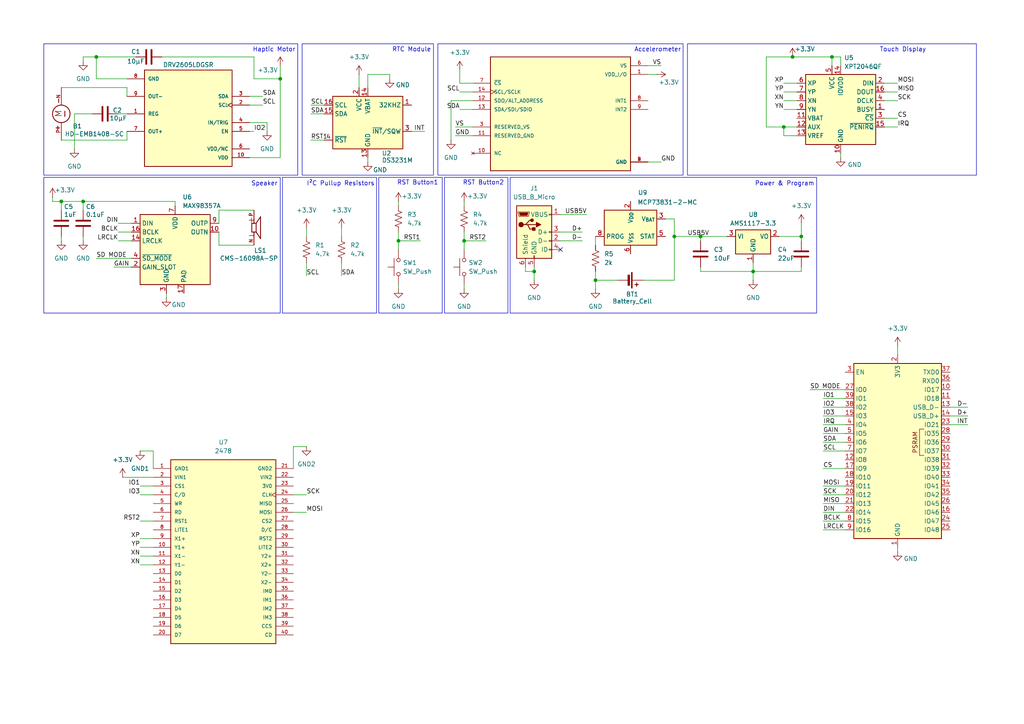
<source format=kicad_sch>
(kicad_sch (version 20250114) (generator "eeschema") (generator_version "9.0")
  (paper "A4")
  (lib_symbols
    (symbol "2478:2478" (pin_names (offset 1.016))
      (property "Reference" "U" (at -15.2631 28.6183 0))
      (property "Value" "2478" (at -15.262 -27.9803 0))
      (symbol "2478_0_0"
        (pin power_in line (at -20.32 25.4 0) (length 5.08) (name "GND1") (number "1"))
        (pin power_in line (at -20.32 22.86 0) (length 5.08) (name "VIN1") (number "2"))
        (pin input line (at -20.32 20.32 0) (length 5.08) (name "CS1") (number "3"))
        (pin input line (at -20.32 17.78 0) (length 5.08) (name "C/D") (number "4"))
        (pin input line (at -20.32 15.24 0) (length 5.08) (name "WR") (number "5"))
        (pin input line (at -20.32 12.7 0) (length 5.08) (name "RD") (number "6"))
        (pin input line (at -20.32 10.16 0) (length 5.08) (name "RST1") (number "7"))
        (pin input line (at -20.32 7.62 0) (length 5.08) (name "LITE1") (number "8"))
        (pin output line (at -20.32 5.08 0) (length 5.08) (name "X1+") (number "9"))
        (pin output line (at -20.32 2.54 0) (length 5.08) (name "Y1+") (number "10"))
        (pin output line (at -20.32 0 0) (length 5.08) (name "X1-") (number "11"))
        (pin output line (at -20.32 -2.54 0) (length 5.08) (name "Y1-") (number "12"))
        (pin bidirectional line (at -20.32 -5.08 0) (length 5.08) (name "D0") (number "13"))
        (pin bidirectional line (at -20.32 -7.62 0) (length 5.08) (name "D1") (number "14"))
        (pin bidirectional line (at -20.32 -10.16 0) (length 5.08) (name "D2") (number "15"))
        (pin bidirectional line (at -20.32 -12.7 0) (length 5.08) (name "D3") (number "16"))
        (pin bidirectional line (at -20.32 -15.24 0) (length 5.08) (name "D4") (number "17"))
        (pin bidirectional line (at -20.32 -17.78 0) (length 5.08) (name "D5") (number "18"))
        (pin bidirectional line (at -20.32 -20.32 0) (length 5.08) (name "D6") (number "19"))
        (pin bidirectional line (at -20.32 -22.86 0) (length 5.08) (name "D7") (number "20"))
        (pin power_in line (at 20.32 25.4 180) (length 5.08) (name "GND2") (number "21"))
        (pin power_in line (at 20.32 22.86 180) (length 5.08) (name "VIN2") (number "22"))
        (pin output line (at 20.32 20.32 180) (length 5.08) (name "3V0") (number "23"))
        (pin input clock (at 20.32 17.78 180) (length 5.08) (name "CLK") (number "24"))
        (pin output line (at 20.32 15.24 180) (length 5.08) (name "MISO") (number "25"))
        (pin input line (at 20.32 12.7 180) (length 5.08) (name "MOSI") (number "26"))
        (pin input line (at 20.32 10.16 180) (length 5.08) (name "CS2") (number "27"))
        (pin input line (at 20.32 7.62 180) (length 5.08) (name "D/C") (number "28"))
        (pin input line (at 20.32 5.08 180) (length 5.08) (name "RST2") (number "29"))
        (pin input line (at 20.32 2.54 180) (length 5.08) (name "LITE2") (number "30"))
        (pin output line (at 20.32 0 180) (length 5.08) (name "Y2+") (number "31"))
        (pin output line (at 20.32 -2.54 180) (length 5.08) (name "X2+") (number "32"))
        (pin output line (at 20.32 -5.08 180) (length 5.08) (name "Y2-") (number "33"))
        (pin output line (at 20.32 -7.62 180) (length 5.08) (name "X2-") (number "34"))
        (pin input line (at 20.32 -10.16 180) (length 5.08) (name "IM0") (number "35"))
        (pin input line (at 20.32 -12.7 180) (length 5.08) (name "IM1") (number "36"))
        (pin input line (at 20.32 -15.24 180) (length 5.08) (name "IM2") (number "37"))
        (pin input line (at 20.32 -17.78 180) (length 5.08) (name "IM3") (number "38"))
        (pin input line (at 20.32 -20.32 180) (length 5.08) (name "CCS") (number "39"))
        (pin output line (at 20.32 -22.86 180) (length 5.08) (name "CD") (number "40"))
      )
    )
    (symbol "ADXL345BCCZ:ADXL345BCCZ" (pin_names (offset 1.016))
      (property "Reference" "U" (at -20.32 15.748 0))
      (property "Value" "ADXL345BCCZ" (at -20.32 -20.32 0))
      (symbol "ADXL345BCCZ_0_0"
        (pin input line (at -25.4 7.62 0) (length 5.08) (name "~{CS}") (number "7"))
        (pin input clock (at -25.4 5.08 0) (length 5.08) (name "SCL/SCLK") (number "14"))
        (pin bidirectional line (at -25.4 2.54 0) (length 5.08) (name "SDO/ALT_ADDRESS") (number "12"))
        (pin bidirectional line (at -25.4 0 0) (length 5.08) (name "SDA/SDI/SDIO") (number "13"))
        (pin passive line (at -25.4 -5.08 0) (length 5.08) (name "RESERVED_VS") (number "3"))
        (pin passive line (at -25.4 -7.62 0) (length 5.08) (name "RESERVED_GND") (number "11"))
        (pin no_connect line (at -25.4 -12.7 0) (length 5.08) (name "NC") (number "10"))
        (pin power_in line (at 25.4 12.7 180) (length 5.08) (name "VS") (number "6"))
        (pin power_in line (at 25.4 10.16 180) (length 5.08) (name "VDD_I/O") (number "1"))
        (pin output line (at 25.4 2.54 180) (length 5.08) (name "INT1") (number "8"))
        (pin output line (at 25.4 0 180) (length 5.08) (name "INT2") (number "9"))
        (pin power_in line (at 25.4 -15.24 180) (length 5.08) (name "GND") (number "2"))
        (pin power_in line (at 25.4 -15.24 180) (length 5.08) (name "GND") (number "4"))
        (pin power_in line (at 25.4 -15.24 180) (length 5.08) (name "GND") (number "5"))
      )
    )
    (symbol "Audio:MAX98357A"
      (property "Reference" "U" (at -8.89 11.43 0))
      (property "Value" "MAX98357A" (at 10.16 11.43 0))
      (symbol "MAX98357A_1_1"
        (pin input line (at -12.7 7.62 0) (length 2.54) (name "DIN") (number "1"))
        (pin input line (at -12.7 5.08 0) (length 2.54) (name "BCLK") (number "16"))
        (pin input line (at -12.7 2.54 0) (length 2.54) (name "LRCLK") (number "14"))
        (pin input line (at -12.7 -2.54 0) (length 2.54) (name "~{SD_MODE}") (number "4"))
        (pin passive line (at -12.7 -5.08 0) (length 2.54) (name "GAIN_SLOT") (number "2"))
        (pin passive line (at -2.54 -12.7 90) (length 2.54) (hide yes) (name "GND") (number "11"))
        (pin passive line (at -2.54 -12.7 90) (length 2.54) (hide yes) (name "GND") (number "15"))
        (pin power_in line (at -2.54 -12.7 90) (length 2.54) (name "GND") (number "3"))
        (pin power_in line (at 0 12.7 270) (length 2.54) (name "VDD") (number "7"))
        (pin passive line (at 0 12.7 270) (length 2.54) (hide yes) (name "VDD") (number "8"))
        (pin unspecified line (at 2.54 -12.7 90) (length 2.54) (name "PAD") (number "17"))
        (pin no_connect line (at 10.16 2.54 180) (length 2.54) (hide yes) (name "NC") (number "5"))
        (pin no_connect line (at 10.16 0 180) (length 2.54) (hide yes) (name "NC") (number "6"))
        (pin no_connect line (at 10.16 -5.08 180) (length 2.54) (hide yes) (name "NC") (number "12"))
        (pin no_connect line (at 10.16 -7.62 180) (length 2.54) (hide yes) (name "NC") (number "13"))
        (pin output line (at 12.7 7.62 180) (length 2.54) (name "OUTP") (number "9"))
        (pin output line (at 12.7 5.08 180) (length 2.54) (name "OUTN") (number "10"))
      )
    )
    (symbol "Battery_Management:MCP73831-2-MC"
      (property "Reference" "U" (at -7.62 6.35 0))
      (property "Value" "MCP73831-2-MC" (at 1.27 6.35 0))
      (symbol "MCP73831-2-MC_1_1"
        (pin input line (at -10.16 -2.54 0) (length 2.54) (name "PROG") (number "8"))
        (pin no_connect line (at -7.62 2.54 0) (length 2.54) (hide yes) (name "NC") (number "7"))
        (pin passive line (at 0 7.62 270) (length 2.54) (hide yes) (name "V_{DD}") (number "1"))
        (pin power_in line (at 0 7.62 270) (length 2.54) (name "V_{DD}") (number "2"))
        (pin power_in line (at 0 -7.62 90) (length 2.54) (name "V_{SS}") (number "6"))
        (pin power_out line (at 10.16 2.54 180) (length 2.54) (name "V_{BAT}") (number "3"))
        (pin passive line (at 10.16 2.54 180) (length 2.54) (hide yes) (name "V_{BAT}") (number "4"))
        (pin tri_state line (at 10.16 -2.54 180) (length 2.54) (name "STAT") (number "5"))
      )
    )
    (symbol "CMS-16098A-SP:CMS-16098A-SP" (pin_names (offset 1.016))
      (property "Reference" "LS" (at -3.8149 8.9014 0))
      (property "Value" "CMS-16098A-SP" (at -3.8252 -11.4755 0))
      (symbol "CMS-16098A-SP_0_0"
        (text "+" (at -1.9116 1.2744 0) (effects (font (size 1.7841 1.7841)) (justify left bottom)))
        (text "-" (at -1.9061 -3.1768 0) (effects (font (size 1.779 1.779)) (justify left bottom)))
        (pin passive line (at 0 5.08 270) (length 2.54) (name "~") (number "P"))
        (pin passive line (at 0 -5.08 90) (length 2.54) (name "~") (number "N"))
      )
    )
    (symbol "Connector:USB_B_Micro" (pin_names (offset 1.016))
      (property "Reference" "J" (at -5.08 11.43 0))
      (property "Value" "USB_B_Micro" (at -5.08 8.89 0))
      (symbol "USB_B_Micro_1_1"
        (pin passive line (at -2.54 -10.16 90) (length 2.54) (name "Shield") (number "6"))
        (pin power_out line (at 0 -10.16 90) (length 2.54) (name "GND") (number "5"))
        (pin power_out line (at 7.62 5.08 180) (length 2.54) (name "VBUS") (number "1"))
        (pin bidirectional line (at 7.62 0 180) (length 2.54) (name "D+") (number "3"))
        (pin bidirectional line (at 7.62 -2.54 180) (length 2.54) (name "D-") (number "2"))
        (pin passive line (at 7.62 -5.08 180) (length 2.54) (name "ID") (number "4"))
      )
    )
    (symbol "DRV2605LDGSR:DRV2605LDGSR" (pin_names (offset 1.016))
      (property "Reference" "U" (at -12.7 16.24 0))
      (property "Value" "DRV2605LDGSR" (at -12.7 -14.16 0))
      (symbol "DRV2605LDGSR_0_0"
        (pin power_in line (at -17.78 12.7 0) (length 5.08) (name "VDD") (number "10"))
        (pin power_in line (at -17.78 10.16 0) (length 5.08) (name "VDD/NC") (number "6"))
        (pin input line (at -17.78 5.08 0) (length 5.08) (name "EN") (number "5"))
        (pin input line (at -17.78 2.54 0) (length 5.08) (name "IN/TRIG") (number "4"))
        (pin input clock (at -17.78 -2.54 0) (length 5.08) (name "SCL") (number "2"))
        (pin bidirectional line (at -17.78 -5.08 0) (length 5.08) (name "SDA") (number "3"))
        (pin output line (at 17.78 5.08 180) (length 5.08) (name "OUT+") (number "7"))
        (pin output line (at 17.78 0 180) (length 5.08) (name "REG") (number "1"))
        (pin output line (at 17.78 -5.08 180) (length 5.08) (name "OUT-") (number "9"))
        (pin power_in line (at 17.78 -10.16 180) (length 5.08) (name "GND") (number "8"))
      )
    )
    (symbol "Device:Battery_Cell" (pin_numbers (hide yes)) (pin_names (offset 0) (hide yes))
      (property "Reference" "BT" (at 2.54 2.54 0))
      (property "Value" "Battery_Cell" (at 2.54 0 0))
      (symbol "Battery_Cell_1_1"
        (pin passive line (at 0 5.08 270) (length 2.54) (name "+") (number "1"))
        (pin passive line (at 0 -2.54 90) (length 2.54) (name "-") (number "2"))
      )
    )
    (symbol "Device:C" (pin_numbers (hide yes)) (pin_names (offset 0.254))
      (property "Reference" "C" (at 0.635 2.54 0))
      (property "Value" "C" (at 0.635 -2.54 0))
      (symbol "C_1_1"
        (pin passive line (at 0 3.81 270) (length 2.794) (name "~") (number "1"))
        (pin passive line (at 0 -3.81 90) (length 2.794) (name "~") (number "2"))
      )
    )
    (symbol "Device:R_US" (pin_numbers (hide yes)) (pin_names (offset 0))
      (property "Reference" "R" (at 2.54 0 90))
      (property "Value" "R_US" (at -2.54 0 90))
      (symbol "R_US_1_1"
        (pin passive line (at 0 3.81 270) (length 1.27) (name "~") (number "1"))
        (pin passive line (at 0 -3.81 90) (length 1.27) (name "~") (number "2"))
      )
    )
    (symbol "Driver_Display:XPT2046QF"
      (property "Reference" "U" (at -8.89 11.43 0))
      (property "Value" "XPT2046QF" (at 4.064 11.43 0))
      (symbol "XPT2046QF_1_1"
        (pin input line (at -12.7 7.62 0) (length 2.54) (name "XP") (number "6"))
        (pin input line (at -12.7 5.08 0) (length 2.54) (name "YP") (number "7"))
        (pin input line (at -12.7 2.54 0) (length 2.54) (name "XN") (number "8"))
        (pin input line (at -12.7 0 0) (length 2.54) (name "YN") (number "9"))
        (pin power_in line (at -12.7 -2.54 0) (length 2.54) (name "VBAT") (number "11"))
        (pin input line (at -12.7 -5.08 0) (length 2.54) (name "AUX") (number "12"))
        (pin bidirectional line (at -12.7 -7.62 0) (length 2.54) (name "VREF") (number "13"))
        (pin power_in line (at -2.54 12.7 270) (length 2.54) (name "VCC") (number "5"))
        (pin power_in line (at 0 12.7 270) (length 2.54) (name "IOVDD") (number "14"))
        (pin power_in line (at 0 -12.7 90) (length 2.54) (name "GND") (number "10"))
        (pin no_connect line (at 10.16 -7.62 180) (length 2.54) (hide yes) (name "NC") (number "17"))
        (pin input line (at 12.7 7.62 180) (length 2.54) (name "DIN") (number "2"))
        (pin output line (at 12.7 5.08 180) (length 2.54) (name "DOUT") (number "16"))
        (pin input line (at 12.7 2.54 180) (length 2.54) (name "DCLK") (number "4"))
        (pin output line (at 12.7 0 180) (length 2.54) (name "BUSY") (number "1"))
        (pin input line (at 12.7 -2.54 180) (length 2.54) (name "~{CS}") (number "3"))
        (pin open_collector line (at 12.7 -5.08 180) (length 2.54) (name "~{PENIRQ}") (number "15"))
      )
    )
    (symbol "HD-EMB1408-SC:HD-EMB1408-SC" (pin_names (offset 1.016))
      (property "Reference" "B" (at -5.08 3.81 0))
      (property "Value" "HD-EMB1408-SC" (at -5.08 -5.08 0))
      (symbol "HD-EMB1408-SC_0_0"
        (text "M" (at -1.016 -0.254 0) (effects (font (size 1.778 1.778)) (justify left bottom)))
        (pin passive line (at -7.62 0 0) (length 5.08) (name "~") (number "P"))
        (pin passive line (at 7.62 0 180) (length 5.08) (name "~") (number "N"))
      )
    )
    (symbol "RF_Module:ESP32-S3-WROOM-1"
      (property "Reference" "U" (at -12.7 26.67 0))
      (property "Value" "ESP32-S3-WROOM-1" (at 12.7 26.67 0))
      (symbol "ESP32-S3-WROOM-1_0_0"
        (text "PSRAM" (at 5.08 2.54 900) (effects (font (size 1.27 1.27))))
      )
      (symbol "ESP32-S3-WROOM-1_1_1"
        (pin input line (at -15.24 22.86 0) (length 2.54) (name "EN") (number "3"))
        (pin bidirectional line (at -15.24 17.78 0) (length 2.54) (name "IO0") (number "27"))
        (pin bidirectional line (at -15.24 15.24 0) (length 2.54) (name "IO1") (number "39"))
        (pin bidirectional line (at -15.24 12.7 0) (length 2.54) (name "IO2") (number "38"))
        (pin bidirectional line (at -15.24 10.16 0) (length 2.54) (name "IO3") (number "15"))
        (pin bidirectional line (at -15.24 7.62 0) (length 2.54) (name "IO4") (number "4"))
        (pin bidirectional line (at -15.24 5.08 0) (length 2.54) (name "IO5") (number "5"))
        (pin bidirectional line (at -15.24 2.54 0) (length 2.54) (name "IO6") (number "6"))
        (pin bidirectional line (at -15.24 0 0) (length 2.54) (name "IO7") (number "7"))
        (pin bidirectional line (at -15.24 -2.54 0) (length 2.54) (name "IO8") (number "12"))
        (pin bidirectional line (at -15.24 -5.08 0) (length 2.54) (name "IO9") (number "17"))
        (pin bidirectional line (at -15.24 -7.62 0) (length 2.54) (name "IO10") (number "18"))
        (pin bidirectional line (at -15.24 -10.16 0) (length 2.54) (name "IO11") (number "19"))
        (pin bidirectional line (at -15.24 -12.7 0) (length 2.54) (name "IO12") (number "20"))
        (pin bidirectional line (at -15.24 -15.24 0) (length 2.54) (name "IO13") (number "21"))
        (pin bidirectional line (at -15.24 -17.78 0) (length 2.54) (name "IO14") (number "22"))
        (pin bidirectional line (at -15.24 -20.32 0) (length 2.54) (name "IO15") (number "8"))
        (pin bidirectional line (at -15.24 -22.86 0) (length 2.54) (name "IO16") (number "9"))
        (pin power_in line (at 0 27.94 270) (length 2.54) (name "3V3") (number "2"))
        (pin power_in line (at 0 -27.94 90) (length 2.54) (name "GND") (number "1"))
        (pin passive line (at 0 -27.94 90) (length 2.54) (hide yes) (name "GND") (number "40"))
        (pin passive line (at 0 -27.94 90) (length 2.54) (hide yes) (name "GND") (number "41"))
        (pin bidirectional line (at 15.24 22.86 180) (length 2.54) (name "TXD0") (number "37"))
        (pin bidirectional line (at 15.24 20.32 180) (length 2.54) (name "RXD0") (number "36"))
        (pin bidirectional line (at 15.24 17.78 180) (length 2.54) (name "IO17") (number "10"))
        (pin bidirectional line (at 15.24 15.24 180) (length 2.54) (name "IO18") (number "11"))
        (pin bidirectional line (at 15.24 12.7 180) (length 2.54) (name "USB_D-") (number "13"))
        (pin bidirectional line (at 15.24 10.16 180) (length 2.54) (name "USB_D+") (number "14"))
        (pin bidirectional line (at 15.24 7.62 180) (length 2.54) (name "IO21") (number "23"))
        (pin bidirectional line (at 15.24 5.08 180) (length 2.54) (name "IO35") (number "28"))
        (pin bidirectional line (at 15.24 2.54 180) (length 2.54) (name "IO36") (number "29"))
        (pin bidirectional line (at 15.24 0 180) (length 2.54) (name "IO37") (number "30"))
        (pin bidirectional line (at 15.24 -2.54 180) (length 2.54) (name "IO38") (number "31"))
        (pin bidirectional line (at 15.24 -5.08 180) (length 2.54) (name "IO39") (number "32"))
        (pin bidirectional line (at 15.24 -7.62 180) (length 2.54) (name "IO40") (number "33"))
        (pin bidirectional line (at 15.24 -10.16 180) (length 2.54) (name "IO41") (number "34"))
        (pin bidirectional line (at 15.24 -12.7 180) (length 2.54) (name "IO42") (number "35"))
        (pin bidirectional line (at 15.24 -15.24 180) (length 2.54) (name "IO45") (number "26"))
        (pin bidirectional line (at 15.24 -17.78 180) (length 2.54) (name "IO46") (number "16"))
        (pin bidirectional line (at 15.24 -20.32 180) (length 2.54) (name "IO47") (number "24"))
        (pin bidirectional line (at 15.24 -22.86 180) (length 2.54) (name "IO48") (number "25"))
      )
    )
    (symbol "Regulator_Linear:AMS1117-3.3"
      (property "Reference" "U" (at -3.81 3.175 0))
      (property "Value" "AMS1117-3.3" (at 0 3.175 0))
      (symbol "AMS1117-3.3_1_1"
        (pin power_in line (at -7.62 0 0) (length 2.54) (name "VI") (number "3"))
        (pin power_in line (at 0 -7.62 90) (length 2.54) (name "GND") (number "1"))
        (pin power_out line (at 7.62 0 180) (length 2.54) (name "VO") (number "2"))
      )
    )
    (symbol "Switch:SW_Push" (pin_numbers (hide yes)) (pin_names (offset 1.016) (hide yes))
      (property "Reference" "SW" (at 1.27 2.54 0))
      (property "Value" "SW_Push" (at 0 -1.524 0))
      (symbol "SW_Push_0_1"
        (pin passive line (at -5.08 0 0) (length 2.54) (name "1") (number "1"))
        (pin passive line (at 5.08 0 180) (length 2.54) (name "2") (number "2"))
      )
    )
    (symbol "Timer_RTC:DS3231M"
      (property "Reference" "U" (at -7.62 8.89 0))
      (property "Value" "DS3231M" (at 10.16 8.89 0))
      (symbol "DS3231M_1_1"
        (pin input line (at -12.7 5.08 0) (length 2.54) (name "SCL") (number "16"))
        (pin bidirectional line (at -12.7 2.54 0) (length 2.54) (name "SDA") (number "15"))
        (pin bidirectional line (at -12.7 -5.08 0) (length 2.54) (name "~{RST}") (number "4"))
        (pin power_in line (at -2.54 10.16 270) (length 2.54) (name "VCC") (number "2"))
        (pin power_in line (at 0 10.16 270) (length 2.54) (name "VBAT") (number "14"))
        (pin passive line (at 0 -10.16 90) (length 2.54) (hide yes) (name "GND") (number "10"))
        (pin passive line (at 0 -10.16 90) (length 2.54) (hide yes) (name "GND") (number "11"))
        (pin passive line (at 0 -10.16 90) (length 2.54) (hide yes) (name "GND") (number "12"))
        (pin power_in line (at 0 -10.16 90) (length 2.54) (name "GND") (number "13"))
        (pin passive line (at 0 -10.16 90) (length 2.54) (hide yes) (name "GND") (number "5"))
        (pin passive line (at 0 -10.16 90) (length 2.54) (hide yes) (name "GND") (number "6"))
        (pin passive line (at 0 -10.16 90) (length 2.54) (hide yes) (name "GND") (number "7"))
        (pin passive line (at 0 -10.16 90) (length 2.54) (hide yes) (name "GND") (number "8"))
        (pin passive line (at 0 -10.16 90) (length 2.54) (hide yes) (name "GND") (number "9"))
        (pin open_collector line (at 12.7 5.08 180) (length 2.54) (name "32KHZ") (number "1"))
        (pin open_collector line (at 12.7 -2.54 180) (length 2.54) (name "~{INT}/SQW") (number "3"))
      )
    )
    (symbol "power:+3.3V" (power) (pin_numbers (hide yes)) (pin_names (offset 0) (hide yes))
      (property "Value" "+3.3V" (at 0 3.556 0))
      (symbol "+3.3V_1_1"
        (pin power_in line (at 0 0 90) (length 0) (name "~") (number "1"))
      )
    )
    (symbol "power:GND" (power) (pin_numbers (hide yes)) (pin_names (offset 0) (hide yes))
      (property "Value" "GND" (at 0 -3.81 0))
      (symbol "GND_1_1"
        (pin power_in line (at 0 0 270) (length 0) (name "~") (number "1"))
      )
    )
    (symbol "power:GND1" (power) (pin_numbers (hide yes)) (pin_names (offset 0) (hide yes))
      (property "Value" "GND1" (at 0 -3.81 0))
      (symbol "GND1_1_1"
        (pin power_in line (at 0 0 270) (length 0) (name "~") (number "1"))
      )
    )
    (symbol "power:GND2" (power) (pin_numbers (hide yes)) (pin_names (offset 0) (hide yes))
      (property "Value" "GND2" (at 0 -3.81 0))
      (symbol "GND2_1_1"
        (pin power_in line (at 0 0 270) (length 0) (name "~") (number "1"))
      )
    )
  )
  (rectangle (start 87.63 12.7) (end 125.73 50.8))
  (rectangle (start 127 12.7) (end 198.12 50.8))
  (rectangle (start 128.905 51.435) (end 147.32 90.805))
  (rectangle (start 12.7 51.435) (end 81.28 90.805))
  (rectangle (start 109.855 51.435) (end 128.27 90.805))
  (rectangle (start 12.7 12.7) (end 86.36 50.8))
  (rectangle (start 147.955 51.435) (end 236.855 90.805))
  (rectangle (start 199.39 12.7) (end 283.21 50.8))
  (rectangle (start 81.915 51.435) (end 109.22 90.805))
  (text "I²C Pullup Resistors" (at 98.806 53.34 0) (effects (font (size 1.27 1.27))))
  (text "Haptic Motor\n" (at 79.502 14.478 0) (effects (font (size 1.27 1.27))))
  (text "RTC Module\n" (at 119.38 14.478 0) (effects (font (size 1.27 1.27))))
  (text "Speaker" (at 76.708 53.34 0) (effects (font (size 1.27 1.27))))
  (text "Accelerometer\n" (at 190.754 14.478 0) (effects (font (size 1.27 1.27))))
  (text "RST Button1\n" (at 121.158 53.086 0) (effects (font (size 1.27 1.27))))
  (text "Touch Display" (at 261.874 14.478 0) (effects (font (size 1.27 1.27))))
  (text "RST Button2\n" (at 140.208 53.086 0) (effects (font (size 1.27 1.27))))
  (text "Power & Program" (at 227.584 53.34 0) (effects (font (size 1.27 1.27))))
  (junction (at 154.94 78.74))
  (junction (at 218.44 78.74))
  (junction (at 134.62 69.85))
  (junction (at 115.57 69.85))
  (junction (at 227.33 36.83))
  (junction (at 81.28 22.86))
  (junction (at 241.3 16.51))
  (junction (at 203.2 68.58))
  (junction (at 17.78 58.42))
  (junction (at 172.72 81.28))
  (junction (at 195.58 68.58))
  (junction (at 27.94 16.51))
  (junction (at 24.13 58.42))
  (junction (at 232.41 68.58))
  (junction (at 229.87 16.51))
  (no_connect (at 162.56 72.39))
  (wire (pts (xy 130.81 29.21) (xy 130.81 40.64)))
  (wire (pts (xy 238.76 120.65) (xy 245.11 120.65)))
  (wire (pts (xy 172.72 78.74) (xy 172.72 81.28)))
  (wire (pts (xy 90.17 40.64) (xy 93.98 40.64)))
  (wire (pts (xy 227.33 39.37) (xy 227.33 36.83)))
  (wire (pts (xy 46.99 16.51) (xy 73.66 16.51)))
  (wire (pts (xy 24.13 16.51) (xy 24.13 17.78)))
  (wire (pts (xy 85.09 143.51) (xy 88.9 143.51)))
  (wire (pts (xy 44.45 130.81) (xy 44.45 135.89)))
  (wire (pts (xy 195.58 81.28) (xy 195.58 68.58)))
  (wire (pts (xy 222.25 36.83) (xy 222.25 16.51)))
  (wire (pts (xy 238.76 135.89) (xy 245.11 135.89)))
  (wire (pts (xy 85.09 129.54) (xy 88.9 129.54)))
  (wire (pts (xy 234.95 113.03) (xy 245.11 113.03)))
  (wire (pts (xy 113.03 21.59) (xy 113.03 22.86)))
  (wire (pts (xy 81.28 22.86) (xy 81.28 45.72)))
  (wire (pts (xy 72.39 30.48) (xy 76.2 30.48)))
  (wire (pts (xy 260.35 100.33) (xy 260.35 102.87)))
  (wire (pts (xy 137.16 29.21) (xy 130.81 29.21)))
  (wire (pts (xy 203.2 68.58) (xy 203.2 69.85)))
  (wire (pts (xy 134.62 69.85) (xy 140.97 69.85)))
  (wire (pts (xy 36.83 38.1) (xy 36.83 40.64)))
  (wire (pts (xy 36.83 25.4) (xy 36.83 27.94)))
  (wire (pts (xy 218.44 76.2) (xy 218.44 78.74)))
  (wire (pts (xy 231.14 36.83) (xy 227.33 36.83)))
  (wire (pts (xy 77.47 38.1) (xy 77.47 35.56)))
  (wire (pts (xy 15.24 58.42) (xy 17.78 58.42)))
  (wire (pts (xy 34.29 67.31) (xy 38.1 67.31)))
  (wire (pts (xy 106.68 45.72) (xy 106.68 46.99)))
  (wire (pts (xy 187.96 46.99) (xy 191.77 46.99)))
  (wire (pts (xy 162.56 67.31) (xy 168.91 67.31)))
  (wire (pts (xy 115.57 82.55) (xy 115.57 83.82)))
  (wire (pts (xy 119.38 38.1) (xy 123.19 38.1)))
  (wire (pts (xy 232.41 64.77) (xy 232.41 68.58)))
  (wire (pts (xy 256.54 34.29) (xy 260.35 34.29)))
  (wire (pts (xy 152.4 77.47) (xy 152.4 78.74)))
  (wire (pts (xy 34.29 69.85) (xy 38.1 69.85)))
  (wire (pts (xy 227.33 29.21) (xy 231.14 29.21)))
  (wire (pts (xy 218.44 78.74) (xy 232.41 78.74)))
  (wire (pts (xy 27.94 16.51) (xy 24.13 16.51)))
  (wire (pts (xy 73.66 22.86) (xy 81.28 22.86)))
  (wire (pts (xy 27.94 22.86) (xy 36.83 22.86)))
  (wire (pts (xy 27.94 16.51) (xy 39.37 16.51)))
  (wire (pts (xy 40.64 151.13) (xy 44.45 151.13)))
  (wire (pts (xy 134.62 58.42) (xy 134.62 59.69)))
  (wire (pts (xy 232.41 77.47) (xy 232.41 78.74)))
  (wire (pts (xy 35.56 138.43) (xy 44.45 138.43)))
  (wire (pts (xy 275.59 123.19) (xy 280.67 123.19)))
  (wire (pts (xy 218.44 78.74) (xy 218.44 81.28)))
  (wire (pts (xy 238.76 146.05) (xy 245.11 146.05)))
  (wire (pts (xy 115.57 58.42) (xy 115.57 59.69)))
  (wire (pts (xy 115.57 69.85) (xy 115.57 72.39)))
  (wire (pts (xy 226.06 68.58) (xy 232.41 68.58)))
  (wire (pts (xy 238.76 130.81) (xy 245.11 130.81)))
  (wire (pts (xy 104.14 21.59) (xy 104.14 25.4)))
  (wire (pts (xy 77.47 35.56) (xy 72.39 35.56)))
  (wire (pts (xy 99.06 76.2) (xy 99.06 80.01)))
  (wire (pts (xy 85.09 135.89) (xy 85.09 129.54)))
  (wire (pts (xy 256.54 29.21) (xy 260.35 29.21)))
  (wire (pts (xy 222.25 16.51) (xy 229.87 16.51)))
  (wire (pts (xy 186.69 81.28) (xy 195.58 81.28)))
  (wire (pts (xy 44.45 130.81) (xy 40.64 130.81)))
  (wire (pts (xy 24.13 58.42) (xy 50.8 58.42)))
  (wire (pts (xy 113.03 21.59) (xy 106.68 21.59)))
  (wire (pts (xy 24.13 68.58) (xy 24.13 69.85)))
  (wire (pts (xy 222.25 36.83) (xy 227.33 36.83)))
  (wire (pts (xy 40.64 158.75) (xy 44.45 158.75)))
  (wire (pts (xy 50.8 58.42) (xy 50.8 59.69)))
  (wire (pts (xy 260.35 158.75) (xy 260.35 160.02)))
  (wire (pts (xy 241.3 16.51) (xy 243.84 16.51)))
  (wire (pts (xy 134.62 82.55) (xy 134.62 83.82)))
  (wire (pts (xy 115.57 69.85) (xy 121.92 69.85)))
  (wire (pts (xy 203.2 77.47) (xy 203.2 78.74)))
  (wire (pts (xy 256.54 36.83) (xy 260.35 36.83)))
  (wire (pts (xy 195.58 68.58) (xy 195.58 63.5)))
  (wire (pts (xy 238.76 140.97) (xy 245.11 140.97)))
  (wire (pts (xy 17.78 58.42) (xy 24.13 58.42)))
  (wire (pts (xy 15.24 57.15) (xy 15.24 58.42)))
  (wire (pts (xy 81.28 19.05) (xy 81.28 22.86)))
  (wire (pts (xy 227.33 26.67) (xy 231.14 26.67)))
  (wire (pts (xy 231.14 39.37) (xy 227.33 39.37)))
  (wire (pts (xy 73.66 16.51) (xy 73.66 22.86)))
  (wire (pts (xy 256.54 24.13) (xy 260.35 24.13)))
  (wire (pts (xy 238.76 151.13) (xy 245.11 151.13)))
  (wire (pts (xy 238.76 143.51) (xy 245.11 143.51)))
  (wire (pts (xy 132.08 39.37) (xy 137.16 39.37)))
  (wire (pts (xy 33.02 77.47) (xy 38.1 77.47)))
  (wire (pts (xy 227.33 24.13) (xy 231.14 24.13)))
  (wire (pts (xy 106.68 21.59) (xy 106.68 25.4)))
  (wire (pts (xy 26.67 33.02) (xy 21.59 33.02)))
  (wire (pts (xy 133.35 26.67) (xy 137.16 26.67)))
  (wire (pts (xy 17.78 25.4) (xy 36.83 25.4)))
  (wire (pts (xy 48.26 85.09) (xy 48.26 86.36)))
  (wire (pts (xy 275.59 118.11) (xy 280.67 118.11)))
  (wire (pts (xy 243.84 19.05) (xy 243.84 16.51)))
  (wire (pts (xy 275.59 120.65) (xy 280.67 120.65)))
  (wire (pts (xy 243.84 44.45) (xy 243.84 45.72)))
  (wire (pts (xy 40.64 140.97) (xy 44.45 140.97)))
  (wire (pts (xy 88.9 76.2) (xy 88.9 80.01)))
  (wire (pts (xy 133.35 20.32) (xy 133.35 24.13)))
  (wire (pts (xy 132.08 36.83) (xy 137.16 36.83)))
  (wire (pts (xy 238.76 153.67) (xy 245.11 153.67)))
  (wire (pts (xy 85.09 148.59) (xy 88.9 148.59)))
  (wire (pts (xy 238.76 128.27) (xy 245.11 128.27)))
  (wire (pts (xy 195.58 68.58) (xy 203.2 68.58)))
  (wire (pts (xy 152.4 78.74) (xy 154.94 78.74)))
  (wire (pts (xy 34.29 64.77) (xy 38.1 64.77)))
  (wire (pts (xy 40.64 156.21) (xy 44.45 156.21)))
  (wire (pts (xy 256.54 26.67) (xy 260.35 26.67)))
  (wire (pts (xy 72.39 27.94) (xy 76.2 27.94)))
  (wire (pts (xy 187.96 21.59) (xy 190.5 21.59)))
  (wire (pts (xy 187.96 19.05) (xy 191.77 19.05)))
  (wire (pts (xy 232.41 68.58) (xy 232.41 69.85)))
  (wire (pts (xy 63.5 71.12) (xy 63.5 67.31)))
  (wire (pts (xy 36.83 40.64) (xy 17.78 40.64)))
  (wire (pts (xy 241.3 16.51) (xy 229.87 16.51)))
  (wire (pts (xy 172.72 68.58) (xy 172.72 71.12)))
  (wire (pts (xy 241.3 19.05) (xy 241.3 16.51)))
  (wire (pts (xy 238.76 125.73) (xy 245.11 125.73)))
  (wire (pts (xy 162.56 69.85) (xy 168.91 69.85)))
  (wire (pts (xy 99.06 66.04) (xy 99.06 68.58)))
  (wire (pts (xy 73.66 71.12) (xy 63.5 71.12)))
  (wire (pts (xy 63.5 60.96) (xy 63.5 64.77)))
  (wire (pts (xy 81.28 45.72) (xy 72.39 45.72)))
  (wire (pts (xy 238.76 118.11) (xy 245.11 118.11)))
  (wire (pts (xy 40.64 143.51) (xy 44.45 143.51)))
  (wire (pts (xy 72.39 38.1) (xy 73.66 38.1)))
  (wire (pts (xy 73.66 60.96) (xy 63.5 60.96)))
  (wire (pts (xy 17.78 68.58) (xy 17.78 69.85)))
  (wire (pts (xy 90.17 33.02) (xy 93.98 33.02)))
  (wire (pts (xy 40.64 163.83) (xy 44.45 163.83)))
  (wire (pts (xy 195.58 63.5) (xy 193.04 63.5)))
  (wire (pts (xy 172.72 81.28) (xy 172.72 83.82)))
  (wire (pts (xy 115.57 67.31) (xy 115.57 69.85)))
  (wire (pts (xy 154.94 77.47) (xy 154.94 78.74)))
  (wire (pts (xy 133.35 31.75) (xy 137.16 31.75)))
  (wire (pts (xy 203.2 78.74) (xy 218.44 78.74)))
  (wire (pts (xy 17.78 58.42) (xy 17.78 60.96)))
  (wire (pts (xy 27.94 22.86) (xy 27.94 16.51)))
  (wire (pts (xy 34.29 33.02) (xy 36.83 33.02)))
  (wire (pts (xy 179.07 81.28) (xy 172.72 81.28)))
  (wire (pts (xy 238.76 123.19) (xy 245.11 123.19)))
  (wire (pts (xy 162.56 62.23) (xy 170.18 62.23)))
  (wire (pts (xy 88.9 66.04) (xy 88.9 68.58)))
  (wire (pts (xy 227.33 31.75) (xy 231.14 31.75)))
  (wire (pts (xy 154.94 78.74) (xy 154.94 81.28)))
  (wire (pts (xy 133.35 24.13) (xy 137.16 24.13)))
  (wire (pts (xy 134.62 69.85) (xy 134.62 72.39)))
  (wire (pts (xy 21.59 33.02) (xy 21.59 43.18)))
  (wire (pts (xy 134.62 67.31) (xy 134.62 69.85)))
  (wire (pts (xy 27.94 74.93) (xy 38.1 74.93)))
  (wire (pts (xy 238.76 148.59) (xy 245.11 148.59)))
  (wire (pts (xy 90.17 30.48) (xy 93.98 30.48)))
  (wire (pts (xy 210.82 68.58) (xy 203.2 68.58)))
  (wire (pts (xy 24.13 58.42) (xy 24.13 60.96)))
  (wire (pts (xy 238.76 115.57) (xy 245.11 115.57)))
  (wire (pts (xy 40.64 161.29) (xy 44.45 161.29)))
  (label "SCK" (at 238.76 143.51 0))
  (label "SDA" (at 238.76 128.27 0))
  (label "SCL" (at 133.35 26.67 180))
  (label "SCL" (at 88.9 80.01 0))
  (label "XP" (at 227.33 24.13 180))
  (label "SDA" (at 99.06 80.01 0))
  (label "SDA" (at 76.2 27.94 0))
  (label "RST2" (at 140.97 69.85 180))
  (label "SCK" (at 88.9 143.51 0))
  (label "IO3" (at 238.76 120.65 0))
  (label "XN" (at 227.33 29.21 180))
  (label "MOSI" (at 238.76 140.97 0))
  (label "XN" (at 40.64 163.83 180))
  (label "MOSI" (at 88.9 148.59 0))
  (label "RST1" (at 121.92 69.85 180))
  (label "SCL" (at 90.17 30.48 0))
  (label "DIN" (at 238.76 148.59 0))
  (label "BCLK" (at 34.29 67.31 180))
  (label "LRCLK" (at 34.29 69.85 180))
  (label "BCLK" (at 238.76 151.13 0))
  (label "D+" (at 168.91 67.31 180))
  (label "SD MODE" (at 27.94 74.93 0))
  (label "SDA" (at 133.35 31.75 180))
  (label "D-" (at 168.91 69.85 180))
  (label "IRQ" (at 260.35 36.83 0))
  (label "GAIN" (at 33.02 77.47 0))
  (label "SCL" (at 238.76 130.81 0))
  (label "D-" (at 280.67 118.11 180))
  (label "SDA" (at 90.17 33.02 0))
  (label "INT" (at 280.67 123.19 180))
  (label "CS" (at 260.35 34.29 0))
  (label "MISO" (at 238.76 146.05 0))
  (label "YP" (at 40.64 158.75 180))
  (label "USB5V" (at 199.39 68.58 0))
  (label "LRCLK" (at 238.76 153.67 0))
  (label "RST2" (at 40.64 151.13 180))
  (label "VS" (at 132.08 36.83 0))
  (label "IO3" (at 40.64 143.51 180))
  (label "SD MODE" (at 234.95 113.03 0))
  (label "MISO" (at 260.35 26.67 0))
  (label "GND" (at 132.08 39.37 0))
  (label "GND" (at 191.77 46.99 0))
  (label "MOSI" (at 260.35 24.13 0))
  (label "D+" (at 280.67 120.65 180))
  (label "INT" (at 123.19 38.1 180))
  (label "IO1" (at 40.64 140.97 180))
  (label "SCL" (at 76.2 30.48 0))
  (label "RST1" (at 90.17 40.64 0))
  (label "YP" (at 227.33 26.67 180))
  (label "YN" (at 227.33 31.75 180))
  (label "IO1" (at 238.76 115.57 0))
  (label "XN" (at 40.64 161.29 180))
  (label "XP" (at 40.64 156.21 180))
  (label "GAIN" (at 238.76 125.73 0))
  (label "VS" (at 191.77 19.05 180))
  (label "IO2" (at 73.66 38.1 0))
  (label "SCK" (at 260.35 29.21 0))
  (label "IO2" (at 238.76 118.11 0))
  (label "IRQ" (at 238.76 123.19 0))
  (label "CS" (at 238.76 135.89 0))
  (label "DIN" (at 34.29 64.77 180))
  (label "USB5V" (at 170.18 62.23 180))
  (symbol (lib_id "Audio:MAX98357A") (at 50.8 72.39 0) (unit 1)
    (property "Reference" "U6" (at 52.9433 57.15 0) (effects (justify left)))
    (property "Value" "MAX98357A" (at 52.9433 59.69 0) (effects (justify left)))
    (property "Footprint" "Package_DFN_QFN:TQFN-16-1EP_3x3mm_P0.5mm_EP1.23x1.23mm" (effects (hide yes)))
    (property "Datasheet" "https://www.analog.com/media/en/technical-documentation/data-sheets/MAX98357A-MAX98357B.pdf" (effects (hide yes)))
    (property "Description" "Mono DAC with amplifier, I2S, PCM, TDM, 32-bit, 96khz, 3.2W, TQFP-16" (effects (hide yes)))
  )
  (symbol (lib_id "power:GND2") (at 88.9 129.54 0) (unit 1)
    (property "Reference" "#PWR022" (effects (hide yes)))
    (property "Value" "GND2" (at 88.9 134.62 0))
    (property "Description" "Power symbol creates a global label with name \"GND2\" , ground" (effects (hide yes)))
  )
  (symbol (lib_id "power:+3.3V") (at 260.35 100.33 0) (unit 1)
    (property "Reference" "#PWR01" (effects (hide yes)))
    (property "Value" "+3.3V" (at 260.35 95.25 0))
    (property "Description" "Power symbol creates a global label with name \"+3.3V\"" (effects (hide yes)))
  )
  (symbol (lib_id "Device:C") (at 203.2 73.66 0) (unit 1)
    (property "Reference" "C3" (at 207.01 72.3899 0) (effects (justify left)))
    (property "Value" "10uF" (at 207.01 74.9299 0) (effects (justify left)))
    (property "Description" "Unpolarized capacitor" (effects (hide yes)))
  )
  (symbol (lib_id "Device:R_US") (at 88.9 72.39 0) (unit 1)
    (property "Reference" "R1" (at 91.44 71.1199 0) (effects (justify left)))
    (property "Value" "4.7k" (at 91.44 73.6599 0) (effects (justify left)))
    (property "Description" "Resistor, US symbol" (effects (hide yes)))
  )
  (symbol (lib_id "DRV2605LDGSR:DRV2605LDGSR") (at 54.61 33.02 180) (unit 1)
    (property "Reference" "U4" (effects (hide yes)))
    (property "Value" "DRV2605LDGSR" (at 54.61 18.796 0))
    (property "Footprint" "DRV2605LDGSR:SOP50P490X110-10N" (effects (hide yes)))
    (property "MF" "Texas Instruments" (effects (hide yes)))
    (property "MAXIMUM_PACKAGE_HEIGHT" "1.1 mm" (effects (hide yes)))
    (property "Package" "VSSOP-10 Texas Instruments" (effects (hide yes)))
    (property "Price" "None" (effects (hide yes)))
    (property "Check_prices" "https://www.snapeda.com/parts/DRV2605LDGSR/Texas+Instruments/view-part/?ref=eda" (effects (hide yes)))
    (property "STANDARD" "IPC-7351B" (effects (hide yes)))
    (property "PARTREV" "D" (effects (hide yes)))
    (property "SnapEDA_Link" "https://www.snapeda.com/parts/DRV2605LDGSR/Texas+Instruments/view-part/?ref=snap" (effects (hide yes)))
    (property "MP" "DRV2605LDGSR" (effects (hide yes)))
    (property "Description_1" "Haptic driver for ERM/LRA with 2-V operation, waveform library & auto-resonance tracking" (effects (hide yes)))
    (property "Availability" "In Stock" (effects (hide yes)))
    (property "MANUFACTURER" "Texas Instruments" (effects (hide yes)))
  )
  (symbol (lib_id "Device:Battery_Cell") (at 181.61 81.28 270) (unit 1)
    (property "Reference" "BT1" (at 183.388 85.344 90))
    (property "Value" "Battery_Cell" (at 183.388 87.376 90))
    (property "Description" "Single-cell battery" (effects (hide yes)))
  )
  (symbol (lib_id "Regulator_Linear:AMS1117-3.3") (at 218.44 68.58 0) (unit 1)
    (property "Reference" "U8" (at 218.44 62.23 0))
    (property "Value" "AMS1117-3.3" (at 218.44 64.77 0))
    (property "Footprint" "Package_TO_SOT_SMD:SOT-223-3_TabPin2" (effects (hide yes)))
    (property "Datasheet" "http://www.advanced-monolithic.com/pdf/ds1117.pdf" (effects (hide yes)))
    (property "Description" "1A Low Dropout regulator, positive, 3.3V fixed output, SOT-223" (effects (hide yes)))
  )
  (symbol (lib_id "power:GND") (at 17.78 69.85 0) (unit 1)
    (property "Reference" "#PWR030" (effects (hide yes)))
    (property "Value" "GND" (at 17.78 74.93 0))
    (property "Description" "Power symbol creates a global label with name \"GND\" , ground" (effects (hide yes)))
  )
  (symbol (lib_id "power:GND") (at 21.59 43.18 0) (unit 1)
    (property "Reference" "#PWR03" (effects (hide yes)))
    (property "Value" "GND" (at 21.59 48.26 0))
    (property "Description" "Power symbol creates a global label with name \"GND\" , ground" (effects (hide yes)))
  )
  (symbol (lib_id "power:GND1") (at 40.64 130.81 0) (unit 1)
    (property "Reference" "#PWR021" (effects (hide yes)))
    (property "Value" "GND1" (at 40.64 135.89 0))
    (property "Description" "Power symbol creates a global label with name \"GND1\" , ground" (effects (hide yes)))
  )
  (symbol (lib_id "power:+3.3V") (at 35.56 138.43 0) (unit 1)
    (property "Reference" "#PWR023" (effects (hide yes)))
    (property "Value" "+3.3V" (at 35.56 133.35 0))
    (property "Description" "Power symbol creates a global label with name \"+3.3V\"" (effects (hide yes)))
  )
  (symbol (lib_id "Device:C") (at 232.41 73.66 180) (unit 1)
    (property "Reference" "C4" (at 225.552 72.39 0) (effects (justify right)))
    (property "Value" "22uF" (at 225.552 74.93 0) (effects (justify right)))
    (property "Description" "Unpolarized capacitor" (effects (hide yes)))
  )
  (symbol (lib_id "power:+3.3V") (at 81.28 19.05 0) (unit 1)
    (property "Reference" "#PWR02" (effects (hide yes)))
    (property "Value" "+3.3V" (at 74.676 20.32 0) (effects (justify left)))
    (property "Description" "Power symbol creates a global label with name \"+3.3V\"" (effects (hide yes)))
  )
  (symbol (lib_id "HD-EMB1408-SC:HD-EMB1408-SC") (at 17.78 33.02 90) (unit 1)
    (property "Reference" "B1" (at 21.082 36.576 90) (effects (justify right)))
    (property "Value" "HD-EMB1408-SC" (at 18.796 38.862 90) (effects (justify right)))
    (property "Footprint" "HD-EMB1408-SC:MOTOR_HD-EMB1408-SC" (effects (hide yes)))
    (property "PARTREV" "A" (effects (hide yes)))
    (property "STANDARD" "Manufacturer Recommendations" (effects (hide yes)))
    (property "MAXIMUM_PACKAGE_HEIGHT" "8.25mm" (effects (hide yes)))
    (property "MANUFACTURER" "PUI Audio" (effects (hide yes)))
  )
  (symbol (lib_id "power:GND") (at 130.81 40.64 0) (unit 1)
    (property "Reference" "#PWR07" (effects (hide yes)))
    (property "Value" "GND" (at 130.81 45.72 0))
    (property "Description" "Power symbol creates a global label with name \"GND\" , ground" (effects (hide yes)))
  )
  (symbol (lib_id "power:GND") (at 48.26 86.36 0) (unit 1)
    (property "Reference" "#PWR011" (effects (hide yes)))
    (property "Value" "GND" (at 51.816 88.392 0))
    (property "Description" "Power symbol creates a global label with name \"GND\" , ground" (effects (hide yes)))
  )
  (symbol (lib_id "Connector:USB_B_Micro") (at 154.94 67.31 0) (unit 1)
    (property "Reference" "J1" (at 154.94 54.61 0))
    (property "Value" "USB_B_Micro" (at 154.94 57.15 0))
    (property "Footprint" "Connector_USB:USB_Micro-B_Molex-105017-0001" (effects (hide yes)))
    (property "Description" "USB Micro Type B connector" (effects (hide yes)))
  )
  (symbol (lib_id "Device:R_US") (at 134.62 63.5 0) (unit 1)
    (property "Reference" "R4" (at 137.16 62.2299 0) (effects (justify left)))
    (property "Value" "4.7k" (at 137.16 64.7699 0) (effects (justify left)))
    (property "Description" "Resistor, US symbol" (effects (hide yes)))
  )
  (symbol (lib_id "power:+3.3V") (at 115.57 58.42 0) (unit 1)
    (property "Reference" "#PWR019" (effects (hide yes)))
    (property "Value" "+3.3V" (at 119.38 56.896 0))
    (property "Description" "Power symbol creates a global label with name \"+3.3V\"" (effects (hide yes)))
  )
  (symbol (lib_id "CMS-16098A-SP:CMS-16098A-SP") (at 73.66 66.04 0) (unit 1)
    (property "Reference" "LS1" (at 73.66 72.644 0) (effects (justify left)))
    (property "Value" "CMS-16098A-SP" (at 63.754 74.93 0) (effects (justify left)))
    (property "Footprint" "CMS-16098A-SP:CUI_CMS-16098A-SP" (effects (hide yes)))
    (property "MF" "Same Sky" (effects (hide yes)))
    (property "DESCRIPTION" "16 x 9 mm, Rectangular Frame , 0.8 W, 8 Ohm, Neodymium Magnet, Mylar Cone" (effects (hide yes)))
    (property "PACKAGE" "CUI" (effects (hide yes)))
    (property "PRICE" "1.52 USD" (effects (hide yes)))
    (property "Package" "None" (effects (hide yes)))
    (property "Check_prices" "https://www.snapeda.com/parts/CMS-16098A-SP/Same+Sky/view-part/?ref=eda" (effects (hide yes)))
    (property "Price" "None" (effects (hide yes)))
    (property "SnapEDA_Link" "https://www.snapeda.com/parts/CMS-16098A-SP/Same+Sky/view-part/?ref=snap" (effects (hide yes)))
    (property "MP" "CMS-16098A-SP" (effects (hide yes)))
    (property "Availability" "In Stock" (effects (hide yes)))
    (property "AVAILABILITY" "Warning" (effects (hide yes)))
    (property "Description_1" "16 x 9 mm, Rectangular Frame , 0.8 W, 8 Ohm, Neodymium Magnet, PEEK Cone, Speaker" (effects (hide yes)))
  )
  (symbol (lib_id "power:+3.3V") (at 133.35 20.32 0) (unit 1)
    (property "Reference" "#PWR015" (effects (hide yes)))
    (property "Value" "+3.3V" (at 133.35 15.24 0))
    (property "Description" "Power symbol creates a global label with name \"+3.3V\"" (effects (hide yes)))
  )
  (symbol (lib_id "power:GND") (at 134.62 83.82 0) (unit 1)
    (property "Reference" "#PWR025" (effects (hide yes)))
    (property "Value" "GND" (at 134.62 88.9 0))
    (property "Description" "Power symbol creates a global label with name \"GND\" , ground" (effects (hide yes)))
  )
  (symbol (lib_id "Device:R_US") (at 99.06 72.39 0) (unit 1)
    (property "Reference" "R2" (at 101.6 71.1199 0) (effects (justify left)))
    (property "Value" "4.7k" (at 101.6 73.6599 0) (effects (justify left)))
    (property "Description" "Resistor, US symbol" (effects (hide yes)))
  )
  (symbol (lib_id "Device:C") (at 30.48 33.02 90) (unit 1)
    (property "Reference" "C2" (at 34.036 32.004 90))
    (property "Value" "10µF" (at 34.29 34.29 90))
    (property "Description" "Unpolarized capacitor" (effects (hide yes)))
  )
  (symbol (lib_id "power:GND") (at 172.72 83.82 0) (unit 1)
    (property "Reference" "#PWR029" (effects (hide yes)))
    (property "Value" "GND" (at 172.72 88.9 0))
    (property "Description" "Power symbol creates a global label with name \"GND\" , ground" (effects (hide yes)))
  )
  (symbol (lib_id "power:+3.3V") (at 99.06 66.04 0) (unit 1)
    (property "Reference" "#PWR014" (effects (hide yes)))
    (property "Value" "+3.3V" (at 99.06 60.96 0))
    (property "Description" "Power symbol creates a global label with name \"+3.3V\"" (effects (hide yes)))
  )
  (symbol (lib_id "power:+3.3V") (at 190.5 21.59 270) (unit 1)
    (property "Reference" "#PWR06" (effects (hide yes)))
    (property "Value" "+3.3V" (at 191.008 23.876 90) (effects (justify left)))
    (property "Description" "Power symbol creates a global label with name \"+3.3V\"" (effects (hide yes)))
  )
  (symbol (lib_id "Switch:SW_Push") (at 115.57 77.47 90) (unit 1)
    (property "Reference" "SW1" (at 116.84 76.1999 90) (effects (justify right)))
    (property "Value" "SW_Push" (at 116.84 78.7399 90) (effects (justify right)))
    (property "Description" "Push button switch, generic, two pins" (effects (hide yes)))
  )
  (symbol (lib_id "power:GND") (at 260.35 160.02 0) (unit 1)
    (property "Reference" "#PWR012" (effects (hide yes)))
    (property "Value" "GND" (at 264.16 162.052 0))
    (property "Description" "Power symbol creates a global label with name \"GND\" , ground" (effects (hide yes)))
  )
  (symbol (lib_id "Device:R_US") (at 172.72 74.93 0) (unit 1)
    (property "Reference" "R5" (at 175.26 73.6599 0) (effects (justify left)))
    (property "Value" "2k" (at 175.26 76.1999 0) (effects (justify left)))
    (property "Description" "Resistor, US symbol" (effects (hide yes)))
  )
  (symbol (lib_id "power:GND") (at 218.44 81.28 0) (unit 1)
    (property "Reference" "#PWR026" (effects (hide yes)))
    (property "Value" "GND" (at 218.44 86.36 0))
    (property "Description" "Power symbol creates a global label with name \"GND\" , ground" (effects (hide yes)))
  )
  (symbol (lib_id "power:GND") (at 243.84 45.72 0) (unit 1)
    (property "Reference" "#PWR09" (effects (hide yes)))
    (property "Value" "GND" (at 247.904 47.752 0))
    (property "Description" "Power symbol creates a global label with name \"GND\" , ground" (effects (hide yes)))
  )
  (symbol (lib_id "power:GND") (at 77.47 38.1 0) (unit 1)
    (property "Reference" "#PWR017" (effects (hide yes)))
    (property "Value" "GND" (at 77.47 43.18 0))
    (property "Description" "Power symbol creates a global label with name \"GND\" , ground" (effects (hide yes)))
  )
  (symbol (lib_id "Timer_RTC:DS3231M") (at 106.68 35.56 0) (unit 1)
    (property "Reference" "U2" (at 110.744 44.45 0) (effects (justify left)))
    (property "Value" "DS3231M" (at 110.744 46.482 0) (effects (justify left)))
    (property "Footprint" "Package_SO:SOIC-16W_7.5x10.3mm_P1.27mm" (effects (hide yes)))
    (property "Datasheet" "http://datasheets.maximintegrated.com/en/ds/DS3231.pdf" (effects (hide yes)))
    (property "Description" "Extremely Accurate I2C-Integrated RTC/TCXO/Crystal SOIC-16" (effects (hide yes)))
  )
  (symbol (lib_id "2478:2478") (at 64.77 161.29 0) (unit 1)
    (property "Reference" "U7" (at 64.77 128.27 0))
    (property "Value" "2478" (at 64.77 130.81 0))
    (property "Footprint" "2478:ADAFRUIT_2478" (effects (hide yes)))
    (property "MF" "Adafruit Industries" (effects (hide yes)))
    (property "Description_1" "Adafruit 2.4 TFT LCD with Touchscreen Breakout w/MicroSD Socket - ILI9341 | Adafruit Industries 2478" (effects (hide yes)))
    (property "Package" "NON STANDARD Adafruit" (effects (hide yes)))
    (property "Price" "None" (effects (hide yes)))
    (property "Check_prices" "https://www.snapeda.com/parts/2478/Adafruit+Industries/view-part/?ref=eda" (effects (hide yes)))
    (property "SnapEDA_Link" "https://www.snapeda.com/parts/2478/Adafruit+Industries/view-part/?ref=snap" (effects (hide yes)))
    (property "MP" "2478" (effects (hide yes)))
    (property "Availability" "In Stock" (effects (hide yes)))
    (property "MANUFACTURER" "Adafruit Industries LLC" (effects (hide yes)))
  )
  (symbol (lib_id "ADXL345BCCZ:ADXL345BCCZ") (at 162.56 31.75 0) (unit 1)
    (property "Reference" "U3" (effects (hide yes)))
    (property "Value" "ADXL345BCCZ" (effects (hide yes)))
    (property "Footprint" "ADXL345BCCZ:IC_ADXL345BCCZ" (effects (hide yes)))
    (property "MF" "Analog Devices" (effects (hide yes)))
    (property "MAXIMUM_PACKAGE_HEIGHT" "1.00mm" (effects (hide yes)))
    (property "Package" "LGA -14 Analog Devices" (effects (hide yes)))
    (property "Price" "None" (effects (hide yes)))
    (property "Check_prices" "https://www.snapeda.com/parts/ADXL345BCCZ/Analog+Devices/view-part/?ref=eda" (effects (hide yes)))
    (property "STANDARD" "Manufacturer recommendations" (effects (hide yes)))
    (property "PARTREV" "G" (effects (hide yes)))
    (property "SnapEDA_Link" "https://www.snapeda.com/parts/ADXL345BCCZ/Analog+Devices/view-part/?ref=snap" (effects (hide yes)))
    (property "MP" "ADXL345BCCZ" (effects (hide yes)))
    (property "Description_1" "3-Axis, ±2 g/±4 g/±8 g/±16 g Digital Accelerometer" (effects (hide yes)))
    (property "MANUFACTURER" "Analog Devices" (effects (hide yes)))
    (property "Availability" "In Stock" (effects (hide yes)))
    (property "SNAPEDA_PN" "ADXL345BCCZ" (effects (hide yes)))
  )
  (symbol (lib_id "power:+3.3V") (at 134.62 58.42 0) (unit 1)
    (property "Reference" "#PWR024" (effects (hide yes)))
    (property "Value" "+3.3V" (at 138.43 56.896 0))
    (property "Description" "Power symbol creates a global label with name \"+3.3V\"" (effects (hide yes)))
  )
  (symbol (lib_id "RF_Module:ESP32-S3-WROOM-1") (at 260.35 130.81 0) (unit 1)
    (property "Reference" "U1" (effects (hide yes)))
    (property "Value" "ESP32-S3-WROOM-1" (effects (hide yes)))
    (property "Footprint" "RF_Module:ESP32-S3-WROOM-1" (effects (hide yes)))
    (property "Datasheet" "https://www.espressif.com/sites/default/files/documentation/esp32-s3-wroom-1_wroom-1u_datasheet_en.pdf" (effects (hide yes)))
    (property "Description" "RF Module, ESP32-S3 SoC, Wi-Fi 802.11b/g/n, Bluetooth, BLE, 32-bit, 3.3V, onboard antenna, SMD" (effects (hide yes)))
  )
  (symbol (lib_id "Device:C") (at 17.78 64.77 0) (unit 1)
    (property "Reference" "C5" (at 18.542 59.944 0) (effects (justify left)))
    (property "Value" "1uF" (at 18.542 62.23 0) (effects (justify left)))
    (property "Description" "Unpolarized capacitor" (effects (hide yes)))
  )
  (symbol (lib_id "power:+3.3V") (at 104.14 21.59 0) (unit 1)
    (property "Reference" "#PWR04" (effects (hide yes)))
    (property "Value" "+3.3V" (at 104.14 16.51 0))
    (property "Description" "Power symbol creates a global label with name \"+3.3V\"" (effects (hide yes)))
  )
  (symbol (lib_id "power:GND") (at 113.03 22.86 0) (unit 1)
    (property "Reference" "#PWR018" (effects (hide yes)))
    (property "Value" "GND" (at 116.84 24.638 0))
    (property "Description" "Power symbol creates a global label with name \"GND\" , ground" (effects (hide yes)))
  )
  (symbol (lib_id "power:GND") (at 154.94 81.28 0) (unit 1)
    (property "Reference" "#PWR028" (effects (hide yes)))
    (property "Value" "GND" (at 154.94 86.36 0))
    (property "Description" "Power symbol creates a global label with name \"GND\" , ground" (effects (hide yes)))
  )
  (symbol (lib_id "power:GND") (at 115.57 83.82 0) (unit 1)
    (property "Reference" "#PWR020" (effects (hide yes)))
    (property "Value" "GND" (at 115.57 88.9 0))
    (property "Description" "Power symbol creates a global label with name \"GND\" , ground" (effects (hide yes)))
  )
  (symbol (lib_id "power:+3.3V") (at 232.41 64.77 0) (unit 1)
    (property "Reference" "#PWR027" (effects (hide yes)))
    (property "Value" "+3.3V" (at 232.41 59.69 0))
    (property "Description" "Power symbol creates a global label with name \"+3.3V\"" (effects (hide yes)))
  )
  (symbol (lib_id "power:+3.3V") (at 15.24 57.15 0) (unit 1)
    (property "Reference" "#PWR010" (effects (hide yes)))
    (property "Value" "+3.3V" (at 18.796 55.118 0))
    (property "Description" "Power symbol creates a global label with name \"+3.3V\"" (effects (hide yes)))
  )
  (symbol (lib_id "power:+3.3V") (at 88.9 66.04 0) (unit 1)
    (property "Reference" "#PWR013" (effects (hide yes)))
    (property "Value" "+3.3V" (at 88.9 60.96 0))
    (property "Description" "Power symbol creates a global label with name \"+3.3V\"" (effects (hide yes)))
  )
  (symbol (lib_id "Device:R_US") (at 115.57 63.5 0) (unit 1)
    (property "Reference" "R3" (at 118.11 62.2299 0) (effects (justify left)))
    (property "Value" "4.7k" (at 118.11 64.7699 0) (effects (justify left)))
    (property "Description" "Resistor, US symbol" (effects (hide yes)))
  )
  (symbol (lib_id "power:GND") (at 24.13 69.85 0) (unit 1)
    (property "Reference" "#PWR031" (effects (hide yes)))
    (property "Value" "GND" (at 24.13 74.93 0))
    (property "Description" "Power symbol creates a global label with name \"GND\" , ground" (effects (hide yes)))
  )
  (symbol (lib_id "Device:C") (at 24.13 64.77 0) (unit 1)
    (property "Reference" "C6" (at 24.892 59.944 0) (effects (justify left)))
    (property "Value" "0.1uF" (at 24.892 62.23 0) (effects (justify left)))
    (property "Description" "Unpolarized capacitor" (effects (hide yes)))
  )
  (symbol (lib_id "Driver_Display:XPT2046QF") (at 243.84 31.75 0) (unit 1)
    (property "Reference" "U5" (at 244.856 16.764 0) (effects (justify left)))
    (property "Value" "XPT2046QF" (at 244.856 19.304 0) (effects (justify left)))
    (property "Footprint" "Package_DFN_QFN:QFN-16-1EP_4x4mm_P0.65mm_EP2.1x2.1mm" (effects (hide yes)))
    (property "Datasheet" "http://www.xptek.cn/uploadfile/download/201707171401161883.pdf" (effects (hide yes)))
    (property "Description" "Single-supply, 12bit, 4 ch, touch screen driver, 2.2 - 5.25 VDD, -40 to +85 C, QSPI, SPI, 3-wire serial interface, QFN-16" (effects (hide yes)))
  )
  (symbol (lib_id "power:+3.3V") (at 229.87 16.51 0) (unit 1)
    (property "Reference" "#PWR08" (effects (hide yes)))
    (property "Value" "+3.3V" (at 233.426 14.224 0))
    (property "Description" "Power symbol creates a global label with name \"+3.3V\"" (effects (hide yes)))
  )
  (symbol (lib_id "Switch:SW_Push") (at 134.62 77.47 90) (unit 1)
    (property "Reference" "SW2" (at 135.89 76.1999 90) (effects (justify right)))
    (property "Value" "SW_Push" (at 135.89 78.7399 90) (effects (justify right)))
    (property "Description" "Push button switch, generic, two pins" (effects (hide yes)))
  )
  (symbol (lib_id "power:GND") (at 24.13 17.78 0) (unit 1)
    (property "Reference" "#PWR016" (effects (hide yes)))
    (property "Value" "GND" (at 24.13 22.86 0))
    (property "Description" "Power symbol creates a global label with name \"GND\" , ground" (effects (hide yes)))
  )
  (symbol (lib_id "Device:C") (at 43.18 16.51 90) (unit 1)
    (property "Reference" "C1" (at 39.37 14.986 90))
    (property "Value" "10µF" (at 39.37 17.78 90))
    (property "Description" "Unpolarized capacitor" (effects (hide yes)))
  )
  (symbol (lib_id "Battery_Management:MCP73831-2-MC") (at 182.88 66.04 0) (unit 1)
    (property "Reference" "U9" (at 185.0233 55.88 0) (effects (justify left)))
    (property "Value" "MCP73831-2-MC" (at 184.912 58.674 0) (effects (justify left)))
    (property "Footprint" "Package_DFN_QFN:DFN-8-1EP_3x2mm_P0.5mm_EP1.7x1.4mm" (effects (hide yes)))
    (property "Datasheet" "http://ww1.microchip.com/downloads/en/DeviceDoc/20001984g.pdf" (effects (hide yes)))
    (property "Description" "Single cell, Li-Ion/Li-Po charge management controller, 4.20V, Tri-State Status Output, in DFN-8 package" (effects (hide yes)))
  )
  (symbol (lib_id "power:GND") (at 106.68 46.99 0) (unit 1)
    (property "Reference" "#PWR05" (effects (hide yes)))
    (property "Value" "GND" (at 110.236 49.276 0))
    (property "Description" "Power symbol creates a global label with name \"GND\" , ground" (effects (hide yes)))
  )
)
</source>
